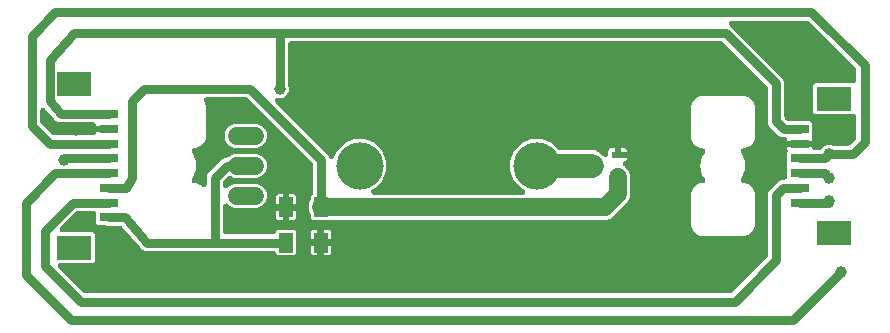
<source format=gbr>
G04 EAGLE Gerber X2 export*
%TF.Part,Single*%
%TF.FileFunction,Copper,L1,Top,Mixed*%
%TF.FilePolarity,Positive*%
%TF.GenerationSoftware,Autodesk,EAGLE,9.1.0*%
%TF.CreationDate,2020-08-17T16:37:06Z*%
G75*
%MOMM*%
%FSLAX34Y34*%
%LPD*%
%AMOC8*
5,1,8,0,0,1.08239X$1,22.5*%
G01*
%ADD10R,1.050000X0.600000*%
%ADD11R,1.600000X0.800000*%
%ADD12R,3.000000X2.100000*%
%ADD13C,1.524000*%
%ADD14R,1.160000X1.680000*%
%ADD15C,1.000000*%
%ADD16C,0.756400*%
%ADD17C,0.152400*%
%ADD18C,4.000000*%
%ADD19C,2.000000*%
%ADD20C,0.800000*%
%ADD21C,1.500000*%
%ADD22C,0.500000*%

G36*
X651251Y37017D02*
X651251Y37017D01*
X651437Y37029D01*
X651473Y37037D01*
X651510Y37041D01*
X651690Y37090D01*
X651871Y37134D01*
X651905Y37149D01*
X651941Y37159D01*
X652109Y37240D01*
X652279Y37316D01*
X652310Y37336D01*
X652343Y37352D01*
X652494Y37462D01*
X652649Y37567D01*
X652686Y37601D01*
X652705Y37614D01*
X652731Y37641D01*
X652832Y37733D01*
X682267Y67168D01*
X682387Y67311D01*
X682511Y67451D01*
X682530Y67482D01*
X682554Y67511D01*
X682646Y67673D01*
X682743Y67832D01*
X682756Y67867D01*
X682774Y67899D01*
X682836Y68075D01*
X682903Y68249D01*
X682910Y68285D01*
X682923Y68320D01*
X682952Y68505D01*
X682987Y68688D01*
X682990Y68738D01*
X682993Y68761D01*
X682992Y68798D01*
X682999Y68935D01*
X682999Y121393D01*
X684065Y123966D01*
X692284Y132185D01*
X694857Y133251D01*
X697000Y133251D01*
X697050Y133255D01*
X697100Y133253D01*
X697272Y133275D01*
X697445Y133291D01*
X697493Y133304D01*
X697543Y133310D01*
X697708Y133363D01*
X697876Y133409D01*
X697921Y133431D01*
X697968Y133446D01*
X698122Y133527D01*
X698278Y133602D01*
X698319Y133632D01*
X698363Y133655D01*
X698500Y133762D01*
X698640Y133864D01*
X698675Y133900D01*
X698714Y133931D01*
X698830Y134061D01*
X698950Y134186D01*
X698977Y134228D01*
X699011Y134266D01*
X699101Y134414D01*
X699197Y134558D01*
X699217Y134604D01*
X699243Y134647D01*
X699305Y134809D01*
X699374Y134969D01*
X699385Y135017D01*
X699403Y135064D01*
X699436Y135235D01*
X699475Y135404D01*
X699478Y135454D01*
X699487Y135503D01*
X699499Y135750D01*
X699499Y144076D01*
X699544Y144221D01*
X699601Y144385D01*
X699609Y144435D01*
X699624Y144483D01*
X699645Y144655D01*
X699672Y144826D01*
X699671Y144876D01*
X699677Y144926D01*
X699667Y145099D01*
X699663Y145273D01*
X699653Y145322D01*
X699650Y145372D01*
X699609Y145541D01*
X699575Y145711D01*
X699556Y145757D01*
X699545Y145806D01*
X699499Y145908D01*
X699499Y156400D01*
X699507Y156414D01*
X699597Y156558D01*
X699617Y156608D01*
X699644Y156654D01*
X699700Y156815D01*
X699763Y156973D01*
X699774Y157025D01*
X699792Y157076D01*
X699819Y157244D01*
X699853Y157410D01*
X699854Y157464D01*
X699863Y157517D01*
X699859Y157687D01*
X699863Y157857D01*
X699855Y157910D01*
X699854Y157963D01*
X699820Y158130D01*
X699794Y158298D01*
X699776Y158349D01*
X699765Y158401D01*
X699703Y158559D01*
X699647Y158720D01*
X699644Y158725D01*
X699459Y159416D01*
X699459Y161251D01*
X710000Y161251D01*
X720541Y161251D01*
X720541Y160750D01*
X720545Y160700D01*
X720543Y160650D01*
X720565Y160478D01*
X720581Y160305D01*
X720594Y160257D01*
X720600Y160207D01*
X720653Y160042D01*
X720699Y159874D01*
X720721Y159829D01*
X720736Y159782D01*
X720817Y159628D01*
X720892Y159472D01*
X720922Y159431D01*
X720945Y159387D01*
X721053Y159250D01*
X721154Y159110D01*
X721190Y159075D01*
X721221Y159036D01*
X721351Y158920D01*
X721476Y158800D01*
X721518Y158773D01*
X721556Y158739D01*
X721704Y158649D01*
X721848Y158553D01*
X721894Y158533D01*
X721937Y158507D01*
X722099Y158445D01*
X722259Y158376D01*
X722307Y158365D01*
X722354Y158347D01*
X722525Y158314D01*
X722694Y158275D01*
X722744Y158272D01*
X722793Y158263D01*
X723040Y158251D01*
X726608Y158251D01*
X726794Y158267D01*
X726980Y158279D01*
X727016Y158287D01*
X727053Y158291D01*
X727233Y158340D01*
X727414Y158384D01*
X727448Y158399D01*
X727484Y158409D01*
X727652Y158490D01*
X727822Y158566D01*
X727853Y158586D01*
X727886Y158602D01*
X728038Y158712D01*
X728192Y158817D01*
X728229Y158850D01*
X728248Y158864D01*
X728274Y158891D01*
X728375Y158983D01*
X730751Y161359D01*
X733508Y162501D01*
X736492Y162501D01*
X737240Y162191D01*
X737376Y162148D01*
X737510Y162097D01*
X737589Y162082D01*
X737666Y162058D01*
X737808Y162040D01*
X737949Y162013D01*
X738072Y162007D01*
X738109Y162002D01*
X738136Y162004D01*
X738196Y162001D01*
X751065Y162001D01*
X751251Y162017D01*
X751437Y162029D01*
X751473Y162037D01*
X751510Y162041D01*
X751690Y162090D01*
X751871Y162134D01*
X751905Y162149D01*
X751941Y162159D01*
X752109Y162240D01*
X752279Y162316D01*
X752310Y162336D01*
X752343Y162352D01*
X752494Y162462D01*
X752649Y162567D01*
X752686Y162601D01*
X752705Y162614D01*
X752731Y162641D01*
X752832Y162733D01*
X757267Y167168D01*
X757387Y167311D01*
X757511Y167451D01*
X757530Y167482D01*
X757554Y167511D01*
X757646Y167673D01*
X757743Y167832D01*
X757756Y167867D01*
X757774Y167899D01*
X757836Y168075D01*
X757903Y168249D01*
X757910Y168285D01*
X757923Y168320D01*
X757952Y168505D01*
X757987Y168688D01*
X757990Y168738D01*
X757993Y168761D01*
X757992Y168798D01*
X757999Y168935D01*
X757999Y186250D01*
X757995Y186300D01*
X757997Y186350D01*
X757975Y186522D01*
X757959Y186695D01*
X757946Y186743D01*
X757940Y186793D01*
X757887Y186958D01*
X757841Y187126D01*
X757819Y187171D01*
X757804Y187218D01*
X757723Y187372D01*
X757648Y187528D01*
X757618Y187569D01*
X757595Y187613D01*
X757488Y187750D01*
X757386Y187890D01*
X757350Y187925D01*
X757319Y187964D01*
X757189Y188080D01*
X757064Y188200D01*
X757022Y188227D01*
X756984Y188261D01*
X756836Y188351D01*
X756692Y188447D01*
X756646Y188467D01*
X756603Y188493D01*
X756441Y188555D01*
X756281Y188624D01*
X756233Y188635D01*
X756186Y188653D01*
X756015Y188686D01*
X755846Y188725D01*
X755796Y188728D01*
X755747Y188737D01*
X755500Y188749D01*
X722964Y188749D01*
X721499Y190214D01*
X721499Y213286D01*
X722964Y214751D01*
X755500Y214751D01*
X755550Y214755D01*
X755600Y214753D01*
X755772Y214775D01*
X755945Y214791D01*
X755993Y214804D01*
X756043Y214810D01*
X756208Y214863D01*
X756376Y214909D01*
X756421Y214931D01*
X756468Y214946D01*
X756622Y215027D01*
X756778Y215102D01*
X756819Y215132D01*
X756863Y215155D01*
X757000Y215262D01*
X757140Y215364D01*
X757175Y215400D01*
X757214Y215431D01*
X757330Y215561D01*
X757450Y215686D01*
X757477Y215728D01*
X757511Y215766D01*
X757601Y215914D01*
X757697Y216058D01*
X757717Y216104D01*
X757743Y216147D01*
X757805Y216309D01*
X757874Y216469D01*
X757885Y216517D01*
X757903Y216564D01*
X757936Y216735D01*
X757975Y216904D01*
X757978Y216954D01*
X757987Y217003D01*
X757999Y217250D01*
X757999Y226065D01*
X757983Y226251D01*
X757971Y226437D01*
X757963Y226473D01*
X757959Y226510D01*
X757910Y226690D01*
X757866Y226871D01*
X757851Y226905D01*
X757841Y226941D01*
X757760Y227109D01*
X757684Y227279D01*
X757664Y227310D01*
X757648Y227343D01*
X757538Y227494D01*
X757433Y227649D01*
X757399Y227686D01*
X757386Y227705D01*
X757359Y227731D01*
X757267Y227832D01*
X717832Y267267D01*
X717689Y267387D01*
X717549Y267511D01*
X717518Y267530D01*
X717489Y267554D01*
X717327Y267646D01*
X717168Y267743D01*
X717133Y267756D01*
X717101Y267774D01*
X716925Y267836D01*
X716751Y267903D01*
X716715Y267910D01*
X716680Y267923D01*
X716495Y267952D01*
X716312Y267987D01*
X716262Y267990D01*
X716239Y267993D01*
X716202Y267992D01*
X716065Y267999D01*
X652935Y267999D01*
X652799Y267987D01*
X652662Y267984D01*
X652577Y267967D01*
X652490Y267959D01*
X652358Y267923D01*
X652224Y267896D01*
X652143Y267864D01*
X652059Y267841D01*
X651936Y267782D01*
X651809Y267731D01*
X651735Y267685D01*
X651657Y267648D01*
X651546Y267567D01*
X651430Y267495D01*
X651365Y267437D01*
X651295Y267386D01*
X651200Y267287D01*
X651099Y267195D01*
X651046Y267126D01*
X650985Y267064D01*
X650910Y266950D01*
X650826Y266841D01*
X650786Y266764D01*
X650738Y266692D01*
X650684Y266566D01*
X650621Y266444D01*
X650595Y266361D01*
X650561Y266281D01*
X650530Y266148D01*
X650490Y266017D01*
X650480Y265931D01*
X650460Y265846D01*
X650453Y265710D01*
X650437Y265574D01*
X650442Y265487D01*
X650438Y265400D01*
X650455Y265265D01*
X650464Y265128D01*
X650484Y265043D01*
X650495Y264957D01*
X650537Y264827D01*
X650569Y264694D01*
X650605Y264615D01*
X650631Y264532D01*
X650695Y264411D01*
X650751Y264286D01*
X650799Y264214D01*
X650840Y264137D01*
X650925Y264029D01*
X651002Y263916D01*
X651093Y263815D01*
X651116Y263786D01*
X651134Y263770D01*
X651168Y263733D01*
X653786Y261114D01*
X696100Y218801D01*
X697166Y216228D01*
X697166Y186560D01*
X697182Y186374D01*
X697194Y186188D01*
X697202Y186152D01*
X697206Y186115D01*
X697255Y185935D01*
X697299Y185754D01*
X697314Y185720D01*
X697324Y185684D01*
X697405Y185516D01*
X697481Y185346D01*
X697501Y185315D01*
X697517Y185282D01*
X697627Y185131D01*
X697732Y184976D01*
X697766Y184939D01*
X697779Y184920D01*
X697806Y184894D01*
X697898Y184793D01*
X698708Y183983D01*
X698851Y183863D01*
X698991Y183739D01*
X699022Y183720D01*
X699051Y183696D01*
X699213Y183604D01*
X699372Y183507D01*
X699407Y183494D01*
X699439Y183476D01*
X699615Y183414D01*
X699789Y183347D01*
X699825Y183340D01*
X699860Y183327D01*
X700045Y183298D01*
X700228Y183263D01*
X700278Y183260D01*
X700301Y183257D01*
X700338Y183258D01*
X700475Y183251D01*
X711393Y183251D01*
X712140Y182941D01*
X712277Y182898D01*
X712411Y182847D01*
X712490Y182832D01*
X712567Y182808D01*
X712709Y182790D01*
X712850Y182763D01*
X712973Y182757D01*
X713010Y182752D01*
X713037Y182754D01*
X713097Y182751D01*
X719036Y182751D01*
X720501Y181286D01*
X720501Y171100D01*
X720493Y171086D01*
X720403Y170942D01*
X720383Y170892D01*
X720356Y170846D01*
X720300Y170685D01*
X720237Y170527D01*
X720226Y170475D01*
X720208Y170424D01*
X720181Y170256D01*
X720147Y170090D01*
X720146Y170036D01*
X720137Y169983D01*
X720141Y169813D01*
X720137Y169643D01*
X720145Y169590D01*
X720146Y169537D01*
X720180Y169370D01*
X720206Y169202D01*
X720224Y169151D01*
X720235Y169099D01*
X720297Y168941D01*
X720353Y168780D01*
X720356Y168775D01*
X720541Y168084D01*
X720541Y166249D01*
X710000Y166249D01*
X699459Y166249D01*
X699459Y166750D01*
X699455Y166800D01*
X699457Y166850D01*
X699435Y167022D01*
X699419Y167195D01*
X699406Y167243D01*
X699400Y167293D01*
X699347Y167458D01*
X699301Y167626D01*
X699279Y167671D01*
X699264Y167718D01*
X699183Y167872D01*
X699108Y168028D01*
X699078Y168069D01*
X699055Y168113D01*
X698947Y168250D01*
X698846Y168390D01*
X698810Y168425D01*
X698779Y168464D01*
X698649Y168580D01*
X698524Y168700D01*
X698482Y168727D01*
X698444Y168761D01*
X698296Y168851D01*
X698152Y168947D01*
X698106Y168967D01*
X698063Y168993D01*
X697901Y169055D01*
X697741Y169124D01*
X697693Y169135D01*
X697646Y169153D01*
X697475Y169186D01*
X697306Y169225D01*
X697256Y169228D01*
X697207Y169237D01*
X696960Y169249D01*
X695147Y169249D01*
X692574Y170315D01*
X684230Y178659D01*
X683164Y181232D01*
X683164Y210900D01*
X683148Y211086D01*
X683136Y211272D01*
X683128Y211308D01*
X683124Y211345D01*
X683075Y211525D01*
X683031Y211706D01*
X683016Y211740D01*
X683006Y211776D01*
X682925Y211944D01*
X682849Y212114D01*
X682829Y212145D01*
X682813Y212178D01*
X682703Y212329D01*
X682598Y212484D01*
X682564Y212521D01*
X682551Y212540D01*
X682524Y212566D01*
X682432Y212667D01*
X645332Y249767D01*
X645189Y249887D01*
X645049Y250011D01*
X645018Y250030D01*
X644989Y250054D01*
X644827Y250146D01*
X644668Y250243D01*
X644633Y250256D01*
X644601Y250274D01*
X644425Y250336D01*
X644251Y250403D01*
X644215Y250410D01*
X644180Y250423D01*
X643995Y250452D01*
X643812Y250487D01*
X643762Y250490D01*
X643739Y250493D01*
X643702Y250492D01*
X643565Y250499D01*
X279500Y250499D01*
X279450Y250495D01*
X279400Y250497D01*
X279228Y250475D01*
X279055Y250459D01*
X279007Y250446D01*
X278957Y250440D01*
X278792Y250387D01*
X278624Y250341D01*
X278579Y250319D01*
X278532Y250304D01*
X278378Y250223D01*
X278222Y250148D01*
X278181Y250118D01*
X278137Y250095D01*
X278000Y249988D01*
X277860Y249886D01*
X277825Y249850D01*
X277786Y249819D01*
X277670Y249689D01*
X277550Y249564D01*
X277523Y249522D01*
X277489Y249484D01*
X277399Y249336D01*
X277303Y249192D01*
X277283Y249146D01*
X277257Y249103D01*
X277195Y248941D01*
X277126Y248781D01*
X277115Y248733D01*
X277097Y248686D01*
X277064Y248515D01*
X277025Y248346D01*
X277022Y248296D01*
X277013Y248247D01*
X277001Y248000D01*
X277001Y213196D01*
X277014Y213054D01*
X277017Y212910D01*
X277033Y212832D01*
X277041Y212751D01*
X277079Y212613D01*
X277108Y212473D01*
X277149Y212357D01*
X277159Y212321D01*
X277171Y212296D01*
X277191Y212240D01*
X277501Y211492D01*
X277501Y208508D01*
X276359Y205751D01*
X274249Y203641D01*
X271492Y202499D01*
X268435Y202499D01*
X268299Y202487D01*
X268162Y202484D01*
X268077Y202467D01*
X267990Y202459D01*
X267858Y202423D01*
X267724Y202396D01*
X267643Y202364D01*
X267559Y202341D01*
X267436Y202282D01*
X267309Y202231D01*
X267235Y202185D01*
X267157Y202148D01*
X267046Y202067D01*
X266930Y201995D01*
X266865Y201937D01*
X266795Y201886D01*
X266700Y201787D01*
X266599Y201695D01*
X266545Y201626D01*
X266485Y201564D01*
X266410Y201450D01*
X266326Y201341D01*
X266286Y201264D01*
X266238Y201192D01*
X266184Y201066D01*
X266121Y200944D01*
X266096Y200861D01*
X266061Y200781D01*
X266030Y200648D01*
X265990Y200517D01*
X265980Y200431D01*
X265960Y200346D01*
X265953Y200210D01*
X265937Y200074D01*
X265942Y199987D01*
X265938Y199900D01*
X265955Y199765D01*
X265964Y199628D01*
X265984Y199543D01*
X265995Y199457D01*
X266037Y199327D01*
X266069Y199194D01*
X266105Y199115D01*
X266131Y199032D01*
X266195Y198911D01*
X266251Y198786D01*
X266299Y198714D01*
X266340Y198637D01*
X266425Y198529D01*
X266502Y198416D01*
X266594Y198315D01*
X266616Y198286D01*
X266634Y198270D01*
X266668Y198233D01*
X308614Y156286D01*
X310935Y153966D01*
X311588Y152389D01*
X311651Y152268D01*
X311706Y152142D01*
X311755Y152070D01*
X311795Y151993D01*
X311879Y151885D01*
X311955Y151772D01*
X312016Y151709D01*
X312069Y151641D01*
X312171Y151549D01*
X312267Y151451D01*
X312337Y151401D01*
X312402Y151343D01*
X312519Y151271D01*
X312630Y151191D01*
X312708Y151154D01*
X312782Y151108D01*
X312910Y151059D01*
X313034Y151000D01*
X313118Y150977D01*
X313198Y150946D01*
X313333Y150919D01*
X313465Y150884D01*
X313551Y150876D01*
X313637Y150860D01*
X313774Y150858D01*
X313910Y150846D01*
X313997Y150854D01*
X314083Y150853D01*
X314218Y150875D01*
X314355Y150888D01*
X314438Y150912D01*
X314524Y150926D01*
X314653Y150972D01*
X314785Y151009D01*
X314863Y151047D01*
X314945Y151076D01*
X315063Y151145D01*
X315186Y151204D01*
X315257Y151256D01*
X315332Y151299D01*
X315437Y151387D01*
X315547Y151468D01*
X315607Y151531D01*
X315673Y151587D01*
X315761Y151693D01*
X315855Y151792D01*
X315902Y151865D01*
X315958Y151932D01*
X316025Y152051D01*
X316100Y152165D01*
X316159Y152289D01*
X316177Y152321D01*
X316184Y152343D01*
X316206Y152389D01*
X318425Y157746D01*
X324754Y164075D01*
X333024Y167501D01*
X341976Y167501D01*
X350246Y164075D01*
X356575Y157746D01*
X360001Y149476D01*
X360001Y140524D01*
X356575Y132254D01*
X350246Y125925D01*
X348759Y125309D01*
X348600Y125226D01*
X348437Y125148D01*
X348402Y125122D01*
X348363Y125102D01*
X348221Y124991D01*
X348075Y124886D01*
X348045Y124854D01*
X348011Y124828D01*
X347890Y124693D01*
X347766Y124564D01*
X347741Y124527D01*
X347712Y124495D01*
X347618Y124342D01*
X347518Y124192D01*
X347501Y124152D01*
X347478Y124114D01*
X347413Y123947D01*
X347341Y123781D01*
X347332Y123739D01*
X347316Y123698D01*
X347281Y123521D01*
X347240Y123346D01*
X347238Y123303D01*
X347230Y123260D01*
X347227Y123080D01*
X347218Y122900D01*
X347224Y122857D01*
X347223Y122813D01*
X347252Y122636D01*
X347276Y122457D01*
X347289Y122416D01*
X347296Y122373D01*
X347357Y122203D01*
X347411Y122032D01*
X347432Y121993D01*
X347446Y121952D01*
X347536Y121796D01*
X347620Y121637D01*
X347647Y121603D01*
X347669Y121565D01*
X347785Y121427D01*
X347897Y121286D01*
X347929Y121257D01*
X347957Y121224D01*
X348096Y121109D01*
X348231Y120989D01*
X348268Y120967D01*
X348302Y120939D01*
X348459Y120851D01*
X348612Y120757D01*
X348653Y120742D01*
X348691Y120720D01*
X348861Y120661D01*
X349029Y120597D01*
X349072Y120589D01*
X349113Y120574D01*
X349291Y120547D01*
X349468Y120513D01*
X349528Y120510D01*
X349555Y120506D01*
X349592Y120507D01*
X349715Y120501D01*
X475285Y120501D01*
X475464Y120517D01*
X475644Y120527D01*
X475686Y120537D01*
X475730Y120541D01*
X475903Y120588D01*
X476078Y120630D01*
X476118Y120648D01*
X476160Y120659D01*
X476323Y120737D01*
X476488Y120809D01*
X476524Y120834D01*
X476563Y120852D01*
X476709Y120958D01*
X476858Y121058D01*
X476890Y121089D01*
X476925Y121114D01*
X477050Y121244D01*
X477179Y121370D01*
X477204Y121405D01*
X477234Y121436D01*
X477334Y121586D01*
X477439Y121733D01*
X477458Y121772D01*
X477482Y121808D01*
X477553Y121974D01*
X477630Y122137D01*
X477641Y122179D01*
X477659Y122219D01*
X477699Y122393D01*
X477746Y122568D01*
X477750Y122611D01*
X477760Y122654D01*
X477769Y122833D01*
X477784Y123013D01*
X477780Y123056D01*
X477782Y123100D01*
X477759Y123278D01*
X477742Y123458D01*
X477730Y123500D01*
X477724Y123543D01*
X477670Y123714D01*
X477621Y123888D01*
X477602Y123927D01*
X477589Y123968D01*
X477504Y124127D01*
X477426Y124289D01*
X477400Y124325D01*
X477380Y124363D01*
X477268Y124504D01*
X477162Y124650D01*
X477130Y124680D01*
X477103Y124714D01*
X476969Y124834D01*
X476838Y124958D01*
X476802Y124982D01*
X476769Y125011D01*
X476616Y125104D01*
X476465Y125203D01*
X476410Y125229D01*
X476388Y125243D01*
X476353Y125256D01*
X476241Y125309D01*
X474754Y125925D01*
X468425Y132254D01*
X464999Y140524D01*
X464999Y149476D01*
X468425Y157746D01*
X474754Y164075D01*
X483024Y167501D01*
X491976Y167501D01*
X500246Y164075D01*
X505588Y158733D01*
X505731Y158613D01*
X505871Y158489D01*
X505903Y158470D01*
X505931Y158446D01*
X506093Y158354D01*
X506252Y158257D01*
X506287Y158244D01*
X506319Y158226D01*
X506495Y158164D01*
X506669Y158097D01*
X506706Y158090D01*
X506741Y158077D01*
X506925Y158048D01*
X507108Y158013D01*
X507159Y158010D01*
X507182Y158007D01*
X507219Y158008D01*
X507355Y158001D01*
X536586Y158001D01*
X541364Y156022D01*
X543943Y153443D01*
X544048Y153355D01*
X544146Y153261D01*
X544219Y153212D01*
X544286Y153157D01*
X544404Y153089D01*
X544518Y153013D01*
X544598Y152979D01*
X544674Y152936D01*
X544803Y152890D01*
X544929Y152836D01*
X545013Y152817D01*
X545095Y152788D01*
X545231Y152766D01*
X545364Y152735D01*
X545450Y152731D01*
X545536Y152717D01*
X545673Y152720D01*
X545810Y152713D01*
X545896Y152724D01*
X545983Y152726D01*
X546117Y152753D01*
X546253Y152771D01*
X546336Y152797D01*
X546421Y152814D01*
X546548Y152865D01*
X546678Y152906D01*
X546755Y152947D01*
X546836Y152979D01*
X546952Y153051D01*
X547073Y153115D01*
X547141Y153169D01*
X547215Y153215D01*
X547317Y153307D01*
X547424Y153392D01*
X547482Y153457D01*
X547546Y153515D01*
X547630Y153623D01*
X547721Y153726D01*
X547766Y153800D01*
X547819Y153869D01*
X547882Y153991D01*
X547953Y154107D01*
X547984Y154189D01*
X548024Y154266D01*
X548064Y154397D01*
X548113Y154524D01*
X548130Y154610D01*
X548155Y154693D01*
X548171Y154828D01*
X548197Y154963D01*
X548204Y155100D01*
X548208Y155136D01*
X548207Y155160D01*
X548209Y155210D01*
X548209Y157834D01*
X548382Y158481D01*
X548717Y159060D01*
X549190Y159533D01*
X549769Y159868D01*
X550416Y160041D01*
X553501Y160041D01*
X553501Y154500D01*
X553505Y154450D01*
X553503Y154401D01*
X553525Y154229D01*
X553540Y154055D01*
X553554Y154007D01*
X553560Y153958D01*
X553613Y153792D01*
X553659Y153625D01*
X553681Y153580D01*
X553696Y153532D01*
X553777Y153379D01*
X553852Y153222D01*
X553882Y153181D01*
X553905Y153137D01*
X554012Y153001D01*
X554114Y152860D01*
X554115Y152860D01*
X554150Y152825D01*
X554181Y152786D01*
X554182Y152786D01*
X554312Y152670D01*
X554437Y152550D01*
X554478Y152522D01*
X554516Y152489D01*
X554664Y152399D01*
X554809Y152303D01*
X554855Y152283D01*
X554897Y152257D01*
X555060Y152195D01*
X555219Y152126D01*
X555267Y152115D01*
X555314Y152097D01*
X555485Y152064D01*
X555654Y152025D01*
X555704Y152022D01*
X555753Y152013D01*
X556000Y152001D01*
X563791Y152001D01*
X563791Y151166D01*
X563618Y150519D01*
X563283Y149940D01*
X562810Y149467D01*
X562228Y149131D01*
X562164Y149108D01*
X562090Y149090D01*
X561955Y149031D01*
X561817Y148980D01*
X561751Y148941D01*
X561680Y148911D01*
X561559Y148829D01*
X561432Y148754D01*
X561373Y148704D01*
X561310Y148661D01*
X561205Y148559D01*
X561093Y148463D01*
X561044Y148404D01*
X560989Y148350D01*
X560904Y148231D01*
X560811Y148117D01*
X560774Y148049D01*
X560729Y147987D01*
X560666Y147854D01*
X560595Y147726D01*
X560571Y147653D01*
X560538Y147583D01*
X560500Y147441D01*
X560453Y147302D01*
X560442Y147226D01*
X560422Y147152D01*
X560409Y147006D01*
X560388Y146860D01*
X560391Y146783D01*
X560384Y146707D01*
X560398Y146561D01*
X560403Y146414D01*
X560419Y146339D01*
X560426Y146262D01*
X560466Y146121D01*
X560497Y145977D01*
X560526Y145906D01*
X560547Y145832D01*
X560611Y145700D01*
X560667Y145564D01*
X560709Y145499D01*
X560743Y145430D01*
X560829Y145312D01*
X560908Y145188D01*
X560961Y145132D01*
X561006Y145070D01*
X561113Y144968D01*
X561213Y144861D01*
X561274Y144815D01*
X561330Y144762D01*
X561453Y144681D01*
X561570Y144593D01*
X561639Y144559D01*
X561703Y144517D01*
X561927Y144411D01*
X561948Y144402D01*
X564902Y141448D01*
X566501Y137589D01*
X566501Y118911D01*
X564902Y115052D01*
X550948Y101098D01*
X547089Y99499D01*
X313021Y99499D01*
X312835Y99483D01*
X312649Y99471D01*
X312613Y99463D01*
X312576Y99459D01*
X312396Y99410D01*
X312215Y99366D01*
X312181Y99351D01*
X312145Y99341D01*
X311977Y99260D01*
X311807Y99184D01*
X311776Y99164D01*
X311743Y99148D01*
X311676Y99099D01*
X297914Y99099D01*
X296449Y100564D01*
X296449Y102415D01*
X296433Y102601D01*
X296421Y102787D01*
X296413Y102823D01*
X296409Y102860D01*
X296360Y103041D01*
X296316Y103221D01*
X296301Y103255D01*
X296291Y103291D01*
X296210Y103459D01*
X296134Y103630D01*
X296114Y103660D01*
X296098Y103694D01*
X295988Y103845D01*
X295883Y103999D01*
X295858Y104027D01*
X294249Y107911D01*
X294249Y112089D01*
X295867Y115995D01*
X295961Y116100D01*
X295980Y116132D01*
X296004Y116160D01*
X296096Y116322D01*
X296193Y116482D01*
X296206Y116517D01*
X296224Y116549D01*
X296286Y116725D01*
X296353Y116899D01*
X296360Y116935D01*
X296373Y116970D01*
X296402Y117154D01*
X296437Y117338D01*
X296440Y117388D01*
X296443Y117411D01*
X296442Y117448D01*
X296449Y117585D01*
X296449Y119436D01*
X297267Y120254D01*
X297367Y120373D01*
X297404Y120412D01*
X297416Y120430D01*
X297511Y120537D01*
X297530Y120568D01*
X297554Y120597D01*
X297646Y120759D01*
X297743Y120918D01*
X297756Y120953D01*
X297774Y120985D01*
X297836Y121161D01*
X297903Y121335D01*
X297910Y121371D01*
X297923Y121406D01*
X297952Y121591D01*
X297987Y121774D01*
X297990Y121824D01*
X297993Y121847D01*
X297992Y121884D01*
X297999Y122021D01*
X297999Y146065D01*
X297983Y146251D01*
X297971Y146437D01*
X297963Y146473D01*
X297959Y146510D01*
X297910Y146690D01*
X297866Y146871D01*
X297851Y146905D01*
X297841Y146941D01*
X297760Y147109D01*
X297684Y147279D01*
X297664Y147310D01*
X297648Y147343D01*
X297538Y147494D01*
X297433Y147649D01*
X297399Y147686D01*
X297386Y147705D01*
X297359Y147731D01*
X297267Y147832D01*
X242832Y202267D01*
X242689Y202387D01*
X242549Y202511D01*
X242518Y202530D01*
X242489Y202554D01*
X242327Y202646D01*
X242168Y202743D01*
X242133Y202756D01*
X242101Y202774D01*
X241925Y202836D01*
X241751Y202903D01*
X241715Y202910D01*
X241680Y202923D01*
X241495Y202952D01*
X241312Y202987D01*
X241262Y202990D01*
X241239Y202993D01*
X241202Y202992D01*
X241065Y202999D01*
X208016Y202999D01*
X207923Y202991D01*
X207830Y202992D01*
X207701Y202971D01*
X207571Y202959D01*
X207481Y202935D01*
X207389Y202919D01*
X207266Y202875D01*
X207140Y202841D01*
X207056Y202800D01*
X206968Y202769D01*
X206855Y202704D01*
X206738Y202648D01*
X206662Y202593D01*
X206581Y202546D01*
X206481Y202462D01*
X206376Y202386D01*
X206311Y202318D01*
X206240Y202258D01*
X206157Y202157D01*
X206066Y202064D01*
X206015Y201986D01*
X205955Y201914D01*
X205891Y201800D01*
X205819Y201692D01*
X205782Y201606D01*
X205736Y201524D01*
X205694Y201401D01*
X205642Y201281D01*
X205621Y201190D01*
X205590Y201102D01*
X205570Y200973D01*
X205541Y200846D01*
X205536Y200753D01*
X205522Y200661D01*
X205525Y200530D01*
X205519Y200400D01*
X205531Y200308D01*
X205533Y200214D01*
X205560Y200086D01*
X205576Y199957D01*
X205605Y199868D01*
X205624Y199777D01*
X205707Y199544D01*
X207166Y196022D01*
X207166Y167978D01*
X205618Y164242D01*
X202758Y161382D01*
X199022Y159834D01*
X197705Y159834D01*
X197579Y159823D01*
X197453Y159822D01*
X197358Y159803D01*
X197260Y159794D01*
X197138Y159761D01*
X197015Y159737D01*
X196924Y159702D01*
X196829Y159676D01*
X196716Y159621D01*
X196598Y159576D01*
X196515Y159525D01*
X196427Y159483D01*
X196324Y159409D01*
X196217Y159343D01*
X196144Y159278D01*
X196065Y159221D01*
X195977Y159130D01*
X195883Y159046D01*
X195823Y158969D01*
X195755Y158899D01*
X195686Y158794D01*
X195608Y158694D01*
X195562Y158608D01*
X195508Y158527D01*
X195458Y158411D01*
X195399Y158299D01*
X195370Y158206D01*
X195331Y158116D01*
X195303Y157994D01*
X195265Y157873D01*
X195252Y157776D01*
X195230Y157681D01*
X195224Y157556D01*
X195208Y157430D01*
X195213Y157333D01*
X195208Y157235D01*
X195224Y157110D01*
X195231Y156984D01*
X195253Y156889D01*
X195266Y156792D01*
X195304Y156672D01*
X195333Y156549D01*
X195391Y156398D01*
X195401Y156367D01*
X195409Y156351D01*
X195422Y156318D01*
X198692Y148973D01*
X198692Y141027D01*
X195422Y133682D01*
X195381Y133562D01*
X195331Y133446D01*
X195309Y133351D01*
X195277Y133259D01*
X195259Y133134D01*
X195230Y133011D01*
X195225Y132914D01*
X195210Y132817D01*
X195214Y132691D01*
X195208Y132565D01*
X195220Y132469D01*
X195223Y132371D01*
X195249Y132247D01*
X195266Y132122D01*
X195295Y132029D01*
X195315Y131934D01*
X195363Y131817D01*
X195401Y131697D01*
X195447Y131610D01*
X195484Y131520D01*
X195551Y131413D01*
X195610Y131302D01*
X195671Y131225D01*
X195723Y131143D01*
X195808Y131050D01*
X195886Y130951D01*
X195960Y130886D01*
X196026Y130814D01*
X196126Y130738D01*
X196221Y130654D01*
X196304Y130604D01*
X196382Y130545D01*
X196495Y130488D01*
X196602Y130422D01*
X196693Y130387D01*
X196781Y130343D01*
X196901Y130307D01*
X197019Y130262D01*
X197115Y130243D01*
X197209Y130216D01*
X197334Y130202D01*
X197458Y130178D01*
X197619Y130170D01*
X197653Y130166D01*
X197670Y130167D01*
X197705Y130166D01*
X199022Y130166D01*
X202758Y128618D01*
X203733Y127644D01*
X203838Y127556D01*
X203936Y127461D01*
X204009Y127413D01*
X204076Y127357D01*
X204195Y127290D01*
X204308Y127214D01*
X204388Y127180D01*
X204464Y127137D01*
X204593Y127091D01*
X204719Y127037D01*
X204803Y127017D01*
X204885Y126988D01*
X205020Y126967D01*
X205154Y126936D01*
X205240Y126932D01*
X205326Y126918D01*
X205463Y126920D01*
X205600Y126914D01*
X205686Y126925D01*
X205773Y126927D01*
X205907Y126954D01*
X206043Y126971D01*
X206126Y126998D01*
X206211Y127015D01*
X206338Y127065D01*
X206468Y127107D01*
X206545Y127148D01*
X206626Y127180D01*
X206742Y127252D01*
X206863Y127316D01*
X206931Y127370D01*
X207005Y127416D01*
X207107Y127508D01*
X207214Y127592D01*
X207272Y127657D01*
X207336Y127716D01*
X207420Y127824D01*
X207511Y127926D01*
X207556Y128001D01*
X207609Y128070D01*
X207672Y128191D01*
X207743Y128308D01*
X207774Y128389D01*
X207814Y128467D01*
X207854Y128597D01*
X207903Y128725D01*
X207920Y128811D01*
X207945Y128894D01*
X207961Y129029D01*
X207987Y129164D01*
X207994Y129300D01*
X207998Y129337D01*
X207997Y129360D01*
X207999Y129411D01*
X207999Y136393D01*
X209065Y138966D01*
X221034Y150935D01*
X223607Y152001D01*
X225033Y152001D01*
X225219Y152017D01*
X225405Y152029D01*
X225441Y152037D01*
X225478Y152041D01*
X225658Y152090D01*
X225839Y152134D01*
X225873Y152149D01*
X225908Y152159D01*
X226077Y152240D01*
X226247Y152316D01*
X226278Y152336D01*
X226311Y152352D01*
X226462Y152462D01*
X226616Y152567D01*
X226654Y152601D01*
X226673Y152614D01*
X226698Y152641D01*
X226800Y152733D01*
X227647Y153580D01*
X231367Y155121D01*
X250633Y155121D01*
X254353Y153580D01*
X257200Y150733D01*
X258741Y147013D01*
X258741Y142987D01*
X257200Y139267D01*
X254353Y136420D01*
X250633Y134879D01*
X231367Y134879D01*
X228252Y136170D01*
X228246Y136171D01*
X228240Y136174D01*
X228034Y136238D01*
X227826Y136303D01*
X227819Y136304D01*
X227813Y136306D01*
X227600Y136331D01*
X227382Y136358D01*
X227376Y136358D01*
X227369Y136359D01*
X227154Y136346D01*
X226936Y136334D01*
X226930Y136332D01*
X226924Y136332D01*
X226715Y136281D01*
X226502Y136230D01*
X226496Y136228D01*
X226490Y136226D01*
X226293Y136139D01*
X226093Y136051D01*
X226087Y136048D01*
X226081Y136045D01*
X225901Y135923D01*
X225722Y135802D01*
X225717Y135798D01*
X225712Y135794D01*
X225528Y135628D01*
X222733Y132832D01*
X222613Y132689D01*
X222489Y132549D01*
X222470Y132518D01*
X222446Y132489D01*
X222354Y132327D01*
X222257Y132168D01*
X222244Y132133D01*
X222226Y132101D01*
X222164Y131925D01*
X222097Y131751D01*
X222090Y131715D01*
X222077Y131680D01*
X222048Y131495D01*
X222013Y131312D01*
X222010Y131262D01*
X222007Y131239D01*
X222008Y131202D01*
X222001Y131065D01*
X222001Y128567D01*
X222013Y128431D01*
X222016Y128294D01*
X222033Y128209D01*
X222041Y128122D01*
X222077Y127990D01*
X222104Y127856D01*
X222136Y127776D01*
X222159Y127692D01*
X222218Y127568D01*
X222269Y127441D01*
X222315Y127367D01*
X222352Y127289D01*
X222433Y127178D01*
X222505Y127062D01*
X222563Y126998D01*
X222614Y126927D01*
X222713Y126832D01*
X222805Y126731D01*
X222874Y126678D01*
X222936Y126618D01*
X223050Y126542D01*
X223159Y126458D01*
X223236Y126419D01*
X223308Y126370D01*
X223434Y126316D01*
X223556Y126253D01*
X223639Y126228D01*
X223719Y126193D01*
X223851Y126162D01*
X223983Y126122D01*
X224069Y126112D01*
X224154Y126092D01*
X224290Y126085D01*
X224426Y126069D01*
X224513Y126074D01*
X224600Y126070D01*
X224735Y126088D01*
X224872Y126096D01*
X224957Y126116D01*
X225043Y126128D01*
X225173Y126169D01*
X225306Y126202D01*
X225386Y126237D01*
X225468Y126263D01*
X225589Y126327D01*
X225714Y126383D01*
X225786Y126432D01*
X225863Y126472D01*
X225971Y126557D01*
X226084Y126634D01*
X226185Y126726D01*
X226214Y126749D01*
X226230Y126766D01*
X226267Y126800D01*
X227647Y128180D01*
X231367Y129721D01*
X250633Y129721D01*
X254353Y128180D01*
X257200Y125333D01*
X258741Y121613D01*
X258741Y117587D01*
X257200Y113867D01*
X254353Y111020D01*
X250633Y109479D01*
X231367Y109479D01*
X227647Y111020D01*
X226267Y112400D01*
X226162Y112488D01*
X226064Y112582D01*
X225991Y112631D01*
X225924Y112686D01*
X225805Y112754D01*
X225692Y112830D01*
X225612Y112864D01*
X225536Y112907D01*
X225407Y112953D01*
X225281Y113007D01*
X225197Y113026D01*
X225115Y113055D01*
X224979Y113077D01*
X224846Y113108D01*
X224760Y113112D01*
X224674Y113126D01*
X224537Y113123D01*
X224400Y113130D01*
X224314Y113119D01*
X224227Y113117D01*
X224093Y113090D01*
X223957Y113072D01*
X223874Y113046D01*
X223789Y113029D01*
X223662Y112978D01*
X223532Y112937D01*
X223455Y112896D01*
X223374Y112864D01*
X223258Y112792D01*
X223137Y112728D01*
X223069Y112674D01*
X222995Y112628D01*
X222893Y112536D01*
X222786Y112451D01*
X222728Y112386D01*
X222664Y112328D01*
X222580Y112220D01*
X222489Y112117D01*
X222444Y112043D01*
X222391Y111974D01*
X222328Y111852D01*
X222257Y111736D01*
X222226Y111654D01*
X222186Y111577D01*
X222146Y111446D01*
X222097Y111319D01*
X222080Y111233D01*
X222055Y111150D01*
X222039Y111014D01*
X222013Y110880D01*
X222006Y110743D01*
X222002Y110707D01*
X222003Y110683D01*
X222001Y110633D01*
X222001Y89500D01*
X222005Y89450D01*
X222003Y89400D01*
X222025Y89228D01*
X222041Y89055D01*
X222054Y89007D01*
X222060Y88957D01*
X222113Y88792D01*
X222159Y88624D01*
X222181Y88579D01*
X222196Y88532D01*
X222277Y88378D01*
X222352Y88222D01*
X222382Y88181D01*
X222405Y88137D01*
X222512Y88000D01*
X222614Y87860D01*
X222650Y87825D01*
X222681Y87786D01*
X222811Y87670D01*
X222936Y87550D01*
X222978Y87523D01*
X223016Y87489D01*
X223164Y87399D01*
X223308Y87303D01*
X223354Y87283D01*
X223397Y87257D01*
X223559Y87195D01*
X223719Y87126D01*
X223767Y87115D01*
X223814Y87097D01*
X223985Y87064D01*
X224154Y87025D01*
X224204Y87022D01*
X224253Y87013D01*
X224500Y87001D01*
X264450Y87001D01*
X264500Y87005D01*
X264550Y87003D01*
X264722Y87025D01*
X264895Y87041D01*
X264943Y87054D01*
X264993Y87060D01*
X265158Y87113D01*
X265326Y87159D01*
X265371Y87181D01*
X265418Y87196D01*
X265572Y87277D01*
X265728Y87352D01*
X265769Y87382D01*
X265813Y87405D01*
X265950Y87512D01*
X266090Y87614D01*
X266125Y87650D01*
X266164Y87681D01*
X266280Y87811D01*
X266400Y87936D01*
X266427Y87978D01*
X266461Y88016D01*
X266551Y88164D01*
X266647Y88308D01*
X266667Y88354D01*
X266693Y88397D01*
X266755Y88559D01*
X266824Y88719D01*
X266835Y88767D01*
X266853Y88814D01*
X266886Y88985D01*
X266925Y89154D01*
X266928Y89204D01*
X266937Y89253D01*
X266946Y89432D01*
X268414Y90901D01*
X282086Y90901D01*
X283551Y89436D01*
X283551Y70564D01*
X282086Y69099D01*
X268414Y69099D01*
X266946Y70568D01*
X266947Y70600D01*
X266925Y70771D01*
X266909Y70945D01*
X266896Y70993D01*
X266890Y71043D01*
X266837Y71208D01*
X266791Y71376D01*
X266769Y71421D01*
X266754Y71468D01*
X266673Y71622D01*
X266598Y71778D01*
X266568Y71819D01*
X266545Y71863D01*
X266438Y72000D01*
X266336Y72140D01*
X266300Y72175D01*
X266269Y72214D01*
X266139Y72330D01*
X266014Y72450D01*
X265972Y72477D01*
X265934Y72511D01*
X265786Y72601D01*
X265642Y72697D01*
X265596Y72717D01*
X265553Y72743D01*
X265391Y72805D01*
X265231Y72874D01*
X265183Y72885D01*
X265136Y72903D01*
X264965Y72936D01*
X264796Y72975D01*
X264746Y72978D01*
X264697Y72987D01*
X264450Y72999D01*
X217597Y72999D01*
X217477Y72989D01*
X217357Y72988D01*
X217182Y72962D01*
X217152Y72959D01*
X217139Y72956D01*
X217112Y72952D01*
X216659Y72862D01*
X216216Y72951D01*
X216094Y72964D01*
X215973Y72987D01*
X215803Y72995D01*
X215772Y72999D01*
X215757Y72998D01*
X215726Y72999D01*
X159429Y72999D01*
X159360Y72993D01*
X159292Y72996D01*
X159139Y72973D01*
X158984Y72959D01*
X158918Y72941D01*
X158850Y72931D01*
X158834Y72927D01*
X157699Y72995D01*
X157661Y72994D01*
X157549Y72999D01*
X156388Y72999D01*
X156350Y73009D01*
X156202Y73055D01*
X156134Y73064D01*
X156068Y73080D01*
X156050Y73082D01*
X155028Y73580D01*
X154993Y73593D01*
X154891Y73641D01*
X153819Y74085D01*
X153788Y74109D01*
X153668Y74208D01*
X153609Y74242D01*
X153554Y74283D01*
X153539Y74291D01*
X152785Y75142D01*
X152758Y75167D01*
X152682Y75251D01*
X151861Y76072D01*
X151841Y76106D01*
X151769Y76243D01*
X151727Y76297D01*
X151692Y76356D01*
X151537Y76549D01*
X136589Y93408D01*
X136561Y93434D01*
X136538Y93464D01*
X136399Y93587D01*
X136264Y93715D01*
X136232Y93735D01*
X136203Y93761D01*
X136045Y93857D01*
X135890Y93958D01*
X135854Y93973D01*
X135822Y93993D01*
X135649Y94059D01*
X135478Y94131D01*
X135441Y94140D01*
X135405Y94153D01*
X135222Y94188D01*
X135042Y94228D01*
X135004Y94230D01*
X134966Y94237D01*
X134719Y94249D01*
X123647Y94249D01*
X122900Y94559D01*
X122763Y94602D01*
X122629Y94653D01*
X122550Y94668D01*
X122473Y94692D01*
X122331Y94710D01*
X122190Y94737D01*
X122067Y94743D01*
X122030Y94748D01*
X122003Y94746D01*
X121943Y94749D01*
X116004Y94749D01*
X114539Y96214D01*
X114539Y104250D01*
X114535Y104300D01*
X114537Y104350D01*
X114515Y104522D01*
X114499Y104695D01*
X114486Y104743D01*
X114480Y104793D01*
X114427Y104958D01*
X114381Y105126D01*
X114359Y105171D01*
X114344Y105218D01*
X114263Y105372D01*
X114188Y105528D01*
X114158Y105569D01*
X114135Y105613D01*
X114028Y105750D01*
X113926Y105890D01*
X113890Y105925D01*
X113859Y105964D01*
X113729Y106080D01*
X113604Y106200D01*
X113562Y106227D01*
X113524Y106261D01*
X113376Y106351D01*
X113232Y106447D01*
X113186Y106467D01*
X113143Y106493D01*
X112981Y106555D01*
X112821Y106624D01*
X112773Y106635D01*
X112726Y106653D01*
X112555Y106686D01*
X112386Y106725D01*
X112336Y106728D01*
X112287Y106737D01*
X112040Y106749D01*
X98935Y106749D01*
X98749Y106733D01*
X98563Y106721D01*
X98527Y106713D01*
X98490Y106709D01*
X98310Y106660D01*
X98129Y106616D01*
X98095Y106601D01*
X98059Y106591D01*
X97891Y106510D01*
X97721Y106434D01*
X97690Y106414D01*
X97657Y106398D01*
X97506Y106288D01*
X97351Y106183D01*
X97314Y106149D01*
X97295Y106136D01*
X97269Y106109D01*
X97168Y106017D01*
X84168Y93017D01*
X84080Y92912D01*
X83985Y92814D01*
X83937Y92741D01*
X83881Y92674D01*
X83814Y92556D01*
X83738Y92442D01*
X83704Y92362D01*
X83661Y92286D01*
X83615Y92157D01*
X83561Y92031D01*
X83541Y91947D01*
X83512Y91865D01*
X83491Y91729D01*
X83460Y91596D01*
X83456Y91510D01*
X83442Y91424D01*
X83445Y91287D01*
X83438Y91150D01*
X83449Y91064D01*
X83451Y90977D01*
X83478Y90843D01*
X83495Y90707D01*
X83522Y90624D01*
X83539Y90539D01*
X83589Y90412D01*
X83631Y90282D01*
X83672Y90205D01*
X83704Y90124D01*
X83776Y90008D01*
X83840Y89887D01*
X83894Y89819D01*
X83940Y89745D01*
X84032Y89643D01*
X84116Y89536D01*
X84181Y89478D01*
X84240Y89414D01*
X84348Y89330D01*
X84451Y89239D01*
X84525Y89194D01*
X84594Y89141D01*
X84715Y89078D01*
X84832Y89007D01*
X84913Y88976D01*
X84991Y88936D01*
X85121Y88896D01*
X85249Y88847D01*
X85335Y88830D01*
X85418Y88805D01*
X85553Y88789D01*
X85688Y88763D01*
X85824Y88756D01*
X85861Y88752D01*
X85885Y88753D01*
X85935Y88751D01*
X112076Y88751D01*
X113541Y87286D01*
X113541Y64214D01*
X112076Y62749D01*
X84435Y62749D01*
X84299Y62737D01*
X84162Y62734D01*
X84077Y62717D01*
X83990Y62709D01*
X83858Y62673D01*
X83724Y62646D01*
X83643Y62614D01*
X83559Y62591D01*
X83436Y62532D01*
X83309Y62481D01*
X83235Y62435D01*
X83157Y62398D01*
X83046Y62317D01*
X82930Y62245D01*
X82865Y62187D01*
X82795Y62136D01*
X82700Y62037D01*
X82599Y61945D01*
X82545Y61876D01*
X82485Y61814D01*
X82410Y61700D01*
X82326Y61591D01*
X82286Y61514D01*
X82238Y61442D01*
X82184Y61316D01*
X82121Y61194D01*
X82096Y61111D01*
X82061Y61031D01*
X82030Y60898D01*
X81990Y60767D01*
X81980Y60681D01*
X81960Y60596D01*
X81953Y60460D01*
X81937Y60324D01*
X81942Y60237D01*
X81938Y60150D01*
X81955Y60015D01*
X81964Y59878D01*
X81984Y59793D01*
X81995Y59707D01*
X82037Y59577D01*
X82069Y59444D01*
X82105Y59364D01*
X82131Y59282D01*
X82195Y59161D01*
X82251Y59036D01*
X82299Y58964D01*
X82340Y58887D01*
X82425Y58779D01*
X82502Y58666D01*
X82594Y58565D01*
X82616Y58536D01*
X82634Y58520D01*
X82668Y58483D01*
X103418Y37733D01*
X103561Y37613D01*
X103701Y37489D01*
X103732Y37470D01*
X103761Y37446D01*
X103923Y37354D01*
X104082Y37257D01*
X104117Y37244D01*
X104149Y37226D01*
X104325Y37164D01*
X104499Y37097D01*
X104535Y37090D01*
X104570Y37077D01*
X104755Y37048D01*
X104938Y37013D01*
X104988Y37010D01*
X105011Y37007D01*
X105048Y37008D01*
X105185Y37001D01*
X651065Y37001D01*
X651251Y37017D01*
G37*
%LPC*%
G36*
X625978Y85834D02*
X625978Y85834D01*
X622242Y87382D01*
X619382Y90242D01*
X617834Y93978D01*
X617834Y122022D01*
X619382Y125758D01*
X622242Y128618D01*
X625978Y130166D01*
X627768Y130166D01*
X627931Y130180D01*
X628095Y130187D01*
X628153Y130200D01*
X628213Y130206D01*
X628371Y130249D01*
X628531Y130285D01*
X628586Y130308D01*
X628643Y130324D01*
X628791Y130395D01*
X628942Y130459D01*
X628992Y130492D01*
X629046Y130517D01*
X629179Y130614D01*
X629316Y130703D01*
X629360Y130744D01*
X629408Y130779D01*
X629522Y130898D01*
X629641Y131010D01*
X629676Y131058D01*
X629717Y131101D01*
X629808Y131238D01*
X629905Y131370D01*
X629932Y131424D01*
X629965Y131473D01*
X630030Y131624D01*
X630102Y131771D01*
X630118Y131829D01*
X630142Y131884D01*
X630179Y132043D01*
X630224Y132201D01*
X630229Y132261D01*
X630243Y132319D01*
X630251Y132482D01*
X630267Y132646D01*
X630262Y132705D01*
X630265Y132765D01*
X630244Y132927D01*
X630230Y133091D01*
X630215Y133149D01*
X630207Y133208D01*
X630157Y133364D01*
X630115Y133523D01*
X630090Y133577D01*
X630072Y133633D01*
X629995Y133778D01*
X629925Y133927D01*
X629878Y133998D01*
X629863Y134028D01*
X629841Y134056D01*
X629790Y134134D01*
X627542Y137227D01*
X625890Y145000D01*
X627542Y152773D01*
X629790Y155866D01*
X629874Y156007D01*
X629965Y156143D01*
X629988Y156198D01*
X630019Y156249D01*
X630077Y156403D01*
X630142Y156554D01*
X630155Y156612D01*
X630176Y156667D01*
X630206Y156829D01*
X630243Y156989D01*
X630246Y157048D01*
X630257Y157107D01*
X630257Y157271D01*
X630265Y157435D01*
X630257Y157494D01*
X630257Y157554D01*
X630228Y157715D01*
X630207Y157878D01*
X630189Y157935D01*
X630179Y157993D01*
X630121Y158147D01*
X630072Y158303D01*
X630044Y158356D01*
X630023Y158412D01*
X629939Y158553D01*
X629863Y158698D01*
X629826Y158745D01*
X629795Y158796D01*
X629688Y158920D01*
X629586Y159049D01*
X629542Y159089D01*
X629503Y159134D01*
X629375Y159237D01*
X629252Y159346D01*
X629201Y159377D01*
X629155Y159414D01*
X629011Y159493D01*
X628871Y159578D01*
X628815Y159599D01*
X628763Y159628D01*
X628607Y159679D01*
X628454Y159738D01*
X628395Y159749D01*
X628339Y159768D01*
X628176Y159791D01*
X628015Y159822D01*
X627929Y159826D01*
X627896Y159831D01*
X627861Y159830D01*
X627768Y159834D01*
X625978Y159834D01*
X622242Y161382D01*
X619382Y164242D01*
X617834Y167978D01*
X617834Y196022D01*
X619382Y199758D01*
X622242Y202618D01*
X625978Y204166D01*
X664022Y204166D01*
X667758Y202618D01*
X670618Y199758D01*
X672166Y196022D01*
X672166Y167978D01*
X670618Y164242D01*
X667758Y161382D01*
X664022Y159834D01*
X662705Y159834D01*
X662579Y159823D01*
X662453Y159822D01*
X662358Y159803D01*
X662260Y159794D01*
X662138Y159761D01*
X662015Y159737D01*
X661924Y159702D01*
X661829Y159676D01*
X661716Y159621D01*
X661598Y159576D01*
X661515Y159525D01*
X661427Y159483D01*
X661324Y159409D01*
X661217Y159343D01*
X661144Y159278D01*
X661065Y159221D01*
X660977Y159130D01*
X660883Y159046D01*
X660823Y158969D01*
X660755Y158899D01*
X660686Y158794D01*
X660608Y158694D01*
X660562Y158608D01*
X660508Y158527D01*
X660458Y158411D01*
X660399Y158299D01*
X660370Y158206D01*
X660331Y158116D01*
X660303Y157994D01*
X660265Y157873D01*
X660252Y157776D01*
X660230Y157681D01*
X660224Y157556D01*
X660208Y157430D01*
X660213Y157333D01*
X660208Y157235D01*
X660224Y157110D01*
X660231Y156984D01*
X660253Y156889D01*
X660266Y156792D01*
X660304Y156672D01*
X660333Y156549D01*
X660391Y156398D01*
X660401Y156367D01*
X660409Y156351D01*
X660422Y156318D01*
X663692Y148973D01*
X663692Y141027D01*
X660422Y133682D01*
X660381Y133562D01*
X660331Y133446D01*
X660309Y133351D01*
X660277Y133259D01*
X660259Y133134D01*
X660230Y133011D01*
X660225Y132914D01*
X660210Y132817D01*
X660214Y132691D01*
X660208Y132565D01*
X660220Y132469D01*
X660223Y132371D01*
X660249Y132247D01*
X660266Y132122D01*
X660295Y132029D01*
X660315Y131934D01*
X660363Y131817D01*
X660401Y131697D01*
X660447Y131610D01*
X660484Y131520D01*
X660551Y131413D01*
X660610Y131302D01*
X660671Y131225D01*
X660723Y131143D01*
X660808Y131050D01*
X660886Y130951D01*
X660960Y130886D01*
X661026Y130814D01*
X661126Y130738D01*
X661221Y130654D01*
X661304Y130604D01*
X661382Y130545D01*
X661495Y130488D01*
X661602Y130422D01*
X661693Y130387D01*
X661781Y130343D01*
X661901Y130307D01*
X662019Y130262D01*
X662115Y130243D01*
X662209Y130216D01*
X662334Y130202D01*
X662458Y130178D01*
X662619Y130170D01*
X662653Y130166D01*
X662670Y130167D01*
X662705Y130166D01*
X664022Y130166D01*
X667758Y128618D01*
X670618Y125758D01*
X672166Y122022D01*
X672166Y93978D01*
X670618Y90242D01*
X667758Y87382D01*
X664022Y85834D01*
X625978Y85834D01*
G37*
%LPD*%
G36*
X112050Y170755D02*
X112050Y170755D01*
X112100Y170753D01*
X112272Y170775D01*
X112445Y170791D01*
X112493Y170804D01*
X112543Y170810D01*
X112708Y170863D01*
X112876Y170909D01*
X112921Y170931D01*
X112968Y170946D01*
X113122Y171027D01*
X113278Y171102D01*
X113319Y171132D01*
X113363Y171155D01*
X113499Y171262D01*
X113640Y171364D01*
X113675Y171400D01*
X113714Y171431D01*
X113830Y171561D01*
X113950Y171686D01*
X113977Y171728D01*
X114011Y171766D01*
X114101Y171914D01*
X114197Y172058D01*
X114217Y172104D01*
X114243Y172147D01*
X114305Y172309D01*
X114374Y172469D01*
X114385Y172517D01*
X114403Y172564D01*
X114436Y172735D01*
X114475Y172904D01*
X114478Y172954D01*
X114487Y173003D01*
X114499Y173250D01*
X114499Y173751D01*
X125040Y173751D01*
X125090Y173755D01*
X125139Y173753D01*
X125311Y173775D01*
X125485Y173790D01*
X125533Y173804D01*
X125582Y173810D01*
X125748Y173863D01*
X125915Y173909D01*
X125960Y173931D01*
X126008Y173946D01*
X126161Y174027D01*
X126318Y174102D01*
X126359Y174132D01*
X126403Y174155D01*
X126539Y174262D01*
X126680Y174364D01*
X126715Y174400D01*
X126754Y174431D01*
X126869Y174561D01*
X126989Y174686D01*
X127017Y174728D01*
X127050Y174765D01*
X127140Y174914D01*
X127237Y175058D01*
X127256Y175104D01*
X127282Y175147D01*
X127345Y175309D01*
X127414Y175468D01*
X127425Y175517D01*
X127443Y175564D01*
X127476Y175735D01*
X127515Y175903D01*
X127517Y175953D01*
X127527Y176003D01*
X127539Y176250D01*
X127534Y176300D01*
X127537Y176350D01*
X127515Y176522D01*
X127499Y176695D01*
X127486Y176743D01*
X127479Y176793D01*
X127427Y176958D01*
X127381Y177126D01*
X127359Y177171D01*
X127344Y177219D01*
X127263Y177372D01*
X127187Y177528D01*
X127158Y177569D01*
X127134Y177613D01*
X127027Y177750D01*
X126925Y177890D01*
X126889Y177925D01*
X126858Y177964D01*
X126728Y178080D01*
X126603Y178200D01*
X126562Y178228D01*
X126524Y178261D01*
X126376Y178351D01*
X126231Y178447D01*
X126185Y178467D01*
X126143Y178493D01*
X125980Y178555D01*
X125821Y178624D01*
X125773Y178635D01*
X125726Y178653D01*
X125555Y178686D01*
X125386Y178725D01*
X125336Y178728D01*
X125287Y178737D01*
X125040Y178749D01*
X114499Y178749D01*
X114499Y179250D01*
X114495Y179300D01*
X114497Y179350D01*
X114475Y179522D01*
X114459Y179695D01*
X114446Y179743D01*
X114440Y179793D01*
X114387Y179958D01*
X114341Y180126D01*
X114319Y180171D01*
X114304Y180218D01*
X114223Y180372D01*
X114148Y180528D01*
X114118Y180569D01*
X114095Y180613D01*
X113987Y180750D01*
X113886Y180890D01*
X113850Y180925D01*
X113819Y180964D01*
X113689Y181080D01*
X113564Y181200D01*
X113522Y181227D01*
X113484Y181261D01*
X113336Y181351D01*
X113192Y181447D01*
X113146Y181467D01*
X113103Y181493D01*
X112941Y181555D01*
X112781Y181624D01*
X112733Y181635D01*
X112686Y181653D01*
X112515Y181686D01*
X112346Y181725D01*
X112296Y181728D01*
X112247Y181737D01*
X112000Y181749D01*
X86693Y181749D01*
X86600Y181741D01*
X86506Y181742D01*
X86378Y181721D01*
X86248Y181709D01*
X86199Y181696D01*
X84910Y181747D01*
X84880Y181746D01*
X84810Y181749D01*
X83518Y181749D01*
X83459Y181768D01*
X83408Y181774D01*
X82237Y182315D01*
X82209Y182325D01*
X82146Y182355D01*
X80951Y182849D01*
X80904Y182889D01*
X80859Y182914D01*
X79985Y183862D01*
X79963Y183882D01*
X79916Y183934D01*
X79002Y184848D01*
X78973Y184902D01*
X78916Y184976D01*
X78866Y185056D01*
X78708Y185246D01*
X71336Y193231D01*
X71198Y193356D01*
X71064Y193485D01*
X71033Y193506D01*
X71005Y193531D01*
X70847Y193629D01*
X70692Y193733D01*
X70658Y193747D01*
X70626Y193767D01*
X70452Y193836D01*
X70281Y193910D01*
X70245Y193918D01*
X70211Y193932D01*
X70028Y193969D01*
X69846Y194011D01*
X69809Y194013D01*
X69773Y194020D01*
X69586Y194024D01*
X69400Y194033D01*
X69364Y194028D01*
X69326Y194029D01*
X69142Y193999D01*
X68957Y193975D01*
X68922Y193964D01*
X68885Y193958D01*
X68709Y193896D01*
X68532Y193840D01*
X68499Y193822D01*
X68464Y193810D01*
X68302Y193718D01*
X68137Y193631D01*
X68108Y193608D01*
X68076Y193589D01*
X67933Y193470D01*
X67786Y193354D01*
X67761Y193327D01*
X67733Y193303D01*
X67613Y193160D01*
X67489Y193020D01*
X67470Y192989D01*
X67446Y192960D01*
X67354Y192798D01*
X67257Y192639D01*
X67244Y192604D01*
X67226Y192572D01*
X67164Y192396D01*
X67097Y192222D01*
X67090Y192185D01*
X67078Y192150D01*
X67048Y191966D01*
X67013Y191783D01*
X67010Y191733D01*
X67007Y191709D01*
X67008Y191672D01*
X67001Y191536D01*
X67001Y182685D01*
X67017Y182499D01*
X67029Y182313D01*
X67037Y182277D01*
X67041Y182240D01*
X67090Y182060D01*
X67134Y181879D01*
X67149Y181845D01*
X67159Y181809D01*
X67240Y181641D01*
X67316Y181471D01*
X67336Y181440D01*
X67352Y181407D01*
X67462Y181256D01*
X67567Y181101D01*
X67601Y181064D01*
X67614Y181045D01*
X67641Y181019D01*
X67733Y180918D01*
X77168Y171483D01*
X77311Y171363D01*
X77451Y171239D01*
X77482Y171220D01*
X77511Y171196D01*
X77673Y171104D01*
X77832Y171007D01*
X77867Y170994D01*
X77899Y170976D01*
X78075Y170914D01*
X78249Y170847D01*
X78285Y170840D01*
X78320Y170827D01*
X78505Y170798D01*
X78688Y170763D01*
X78738Y170760D01*
X78761Y170757D01*
X78798Y170758D01*
X78935Y170751D01*
X112000Y170751D01*
X112050Y170755D01*
G37*
%LPC*%
G36*
X231367Y160279D02*
X231367Y160279D01*
X227647Y161820D01*
X224800Y164667D01*
X223259Y168387D01*
X223259Y172413D01*
X224800Y176133D01*
X227647Y178980D01*
X231367Y180521D01*
X250633Y180521D01*
X254353Y178980D01*
X257200Y176133D01*
X258741Y172413D01*
X258741Y168387D01*
X257200Y164667D01*
X254353Y161820D01*
X250633Y160279D01*
X231367Y160279D01*
G37*
%LPD*%
%LPC*%
G36*
X278149Y112899D02*
X278149Y112899D01*
X278149Y120941D01*
X281384Y120941D01*
X282031Y120768D01*
X282610Y120433D01*
X283083Y119960D01*
X283418Y119381D01*
X283591Y118734D01*
X283591Y112899D01*
X278149Y112899D01*
G37*
%LPD*%
%LPC*%
G36*
X307649Y82899D02*
X307649Y82899D01*
X307649Y90941D01*
X310884Y90941D01*
X311531Y90768D01*
X312110Y90433D01*
X312583Y89960D01*
X312918Y89381D01*
X313091Y88734D01*
X313091Y82899D01*
X307649Y82899D01*
G37*
%LPD*%
%LPC*%
G36*
X266909Y112899D02*
X266909Y112899D01*
X266909Y118734D01*
X267082Y119381D01*
X267417Y119960D01*
X267890Y120433D01*
X268469Y120768D01*
X269116Y120941D01*
X272351Y120941D01*
X272351Y112899D01*
X266909Y112899D01*
G37*
%LPD*%
%LPC*%
G36*
X296409Y82899D02*
X296409Y82899D01*
X296409Y88734D01*
X296582Y89381D01*
X296917Y89960D01*
X297390Y90433D01*
X297969Y90768D01*
X298616Y90941D01*
X301851Y90941D01*
X301851Y82899D01*
X296409Y82899D01*
G37*
%LPD*%
%LPC*%
G36*
X278149Y99059D02*
X278149Y99059D01*
X278149Y107101D01*
X283591Y107101D01*
X283591Y101266D01*
X283418Y100619D01*
X283083Y100040D01*
X282610Y99567D01*
X282031Y99232D01*
X281384Y99059D01*
X278149Y99059D01*
G37*
%LPD*%
%LPC*%
G36*
X307649Y69059D02*
X307649Y69059D01*
X307649Y77101D01*
X313091Y77101D01*
X313091Y71266D01*
X312918Y70619D01*
X312583Y70040D01*
X312110Y69567D01*
X311531Y69232D01*
X310884Y69059D01*
X307649Y69059D01*
G37*
%LPD*%
%LPC*%
G36*
X269116Y99059D02*
X269116Y99059D01*
X268469Y99232D01*
X267890Y99567D01*
X267417Y100040D01*
X267082Y100619D01*
X266909Y101266D01*
X266909Y107101D01*
X272351Y107101D01*
X272351Y99059D01*
X269116Y99059D01*
G37*
%LPD*%
%LPC*%
G36*
X298616Y69059D02*
X298616Y69059D01*
X297969Y69232D01*
X297390Y69567D01*
X296917Y70040D01*
X296582Y70619D01*
X296409Y71266D01*
X296409Y77101D01*
X301851Y77101D01*
X301851Y69059D01*
X298616Y69059D01*
G37*
%LPD*%
%LPC*%
G36*
X558499Y156999D02*
X558499Y156999D01*
X558499Y160041D01*
X561584Y160041D01*
X562231Y159868D01*
X562810Y159533D01*
X563283Y159060D01*
X563618Y158481D01*
X563791Y157834D01*
X563791Y156999D01*
X558499Y156999D01*
G37*
%LPD*%
D10*
X556000Y135500D03*
X556000Y154500D03*
X534000Y145000D03*
D11*
X125040Y188750D03*
X125040Y176250D03*
X125040Y163750D03*
X125040Y151250D03*
X125040Y138750D03*
X125040Y126250D03*
X125040Y113750D03*
X125040Y101250D03*
D12*
X96040Y75750D03*
X96040Y214250D03*
D13*
X233380Y119600D02*
X248620Y119600D01*
X248620Y145000D02*
X233380Y145000D01*
X233380Y170400D02*
X248620Y170400D01*
D14*
X304750Y110000D03*
X275250Y110000D03*
X304750Y80000D03*
X275250Y80000D03*
D11*
X710000Y113750D03*
X710000Y126250D03*
X710000Y138750D03*
X710000Y151250D03*
X710000Y163750D03*
X710000Y176250D03*
D12*
X739000Y88250D03*
X739000Y201750D03*
D15*
X97500Y175000D03*
D16*
X555000Y190000D03*
D17*
X571000Y174000D01*
X571000Y159500D01*
X566000Y154500D01*
X556000Y154500D01*
D18*
X487500Y145000D03*
D19*
X534000Y145000D01*
D20*
X71250Y90000D02*
X71250Y60000D01*
X95000Y113750D02*
X125040Y113750D01*
X95000Y113750D02*
X71250Y90000D01*
X655000Y30000D02*
X690000Y65000D01*
X690000Y120000D01*
X696250Y126250D01*
X710000Y126250D01*
X101250Y30000D02*
X71250Y60000D01*
X101250Y30000D02*
X655000Y30000D01*
D21*
X545000Y110000D02*
X304750Y110000D01*
D20*
X140000Y126250D02*
X125040Y126250D01*
D22*
X304750Y110000D02*
X305000Y110250D01*
D20*
X305000Y150000D02*
X245000Y210000D01*
X305000Y150000D02*
X305000Y110250D01*
X245000Y210000D02*
X155000Y210000D01*
X145000Y200000D02*
X145000Y135000D01*
X140000Y126250D01*
X145000Y200000D02*
X155000Y210000D01*
D21*
X556000Y135500D02*
X556000Y121000D01*
X545000Y110000D01*
D20*
X125040Y138750D02*
X80000Y138750D01*
X55000Y113750D01*
X55000Y52665D01*
X93500Y14165D02*
X704165Y14165D01*
X93500Y14165D02*
X55000Y52665D01*
D15*
X735000Y115000D03*
D20*
X735000Y113750D02*
X710000Y113750D01*
X735000Y113750D02*
X735000Y115000D01*
D15*
X745000Y55000D03*
D20*
X704165Y14165D01*
X241000Y145000D02*
X225000Y145000D01*
X215000Y135000D01*
X215000Y82500D01*
X216667Y80000D02*
X275250Y80000D01*
X138992Y101250D02*
X125040Y101250D01*
X215000Y82500D02*
X216667Y80000D01*
X157834Y80000D01*
X138992Y101250D01*
X80000Y275000D02*
X720000Y275000D01*
D15*
X735000Y155000D03*
D20*
X125040Y163750D02*
X75000Y163750D01*
X60000Y178750D01*
X60000Y255000D01*
X720000Y275000D02*
X765000Y230000D01*
X765000Y165000D01*
X755000Y155000D01*
X80000Y275000D02*
X60000Y255000D01*
X735000Y155000D02*
X755000Y155000D01*
X735000Y155000D02*
X731250Y151250D01*
X710000Y151250D01*
D15*
X735000Y135000D03*
D20*
X125040Y151250D02*
X88750Y151250D01*
D22*
X87500Y150000D01*
D15*
X87500Y150000D03*
D20*
X731250Y138750D02*
X735000Y135000D01*
X731250Y138750D02*
X710000Y138750D01*
D18*
X337500Y145000D03*
D20*
X270000Y210000D02*
X270000Y257500D01*
D15*
X270000Y210000D03*
D20*
X270000Y257500D02*
X95556Y257500D01*
X85000Y188750D02*
X125040Y188750D01*
X75000Y199583D02*
X75000Y234375D01*
X95556Y257500D01*
X75000Y199583D02*
X85000Y188750D01*
X690165Y182625D02*
X690165Y214835D01*
X647500Y257500D01*
X270000Y257500D01*
X696540Y176250D02*
X710000Y176250D01*
X696540Y176250D02*
X690165Y182625D01*
M02*

</source>
